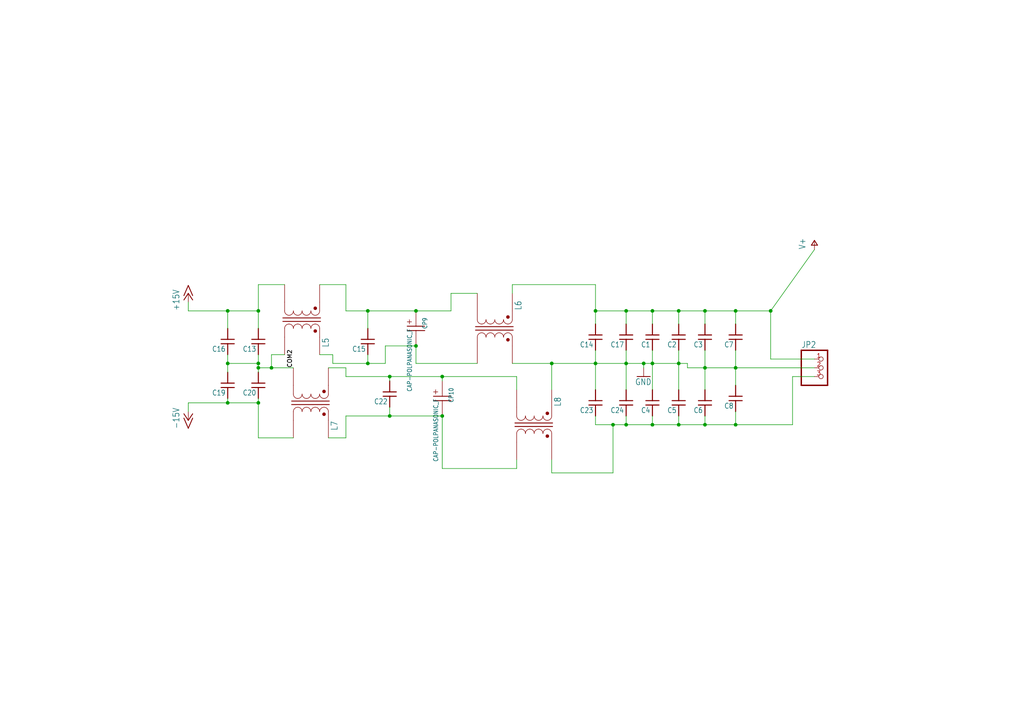
<source format=kicad_sch>
(kicad_sch (version 20211123) (generator eeschema)
  (paper "A4")
  (lib_symbols
    (symbol "Dual_filter_common_mode_and_differential-eagle-import:+15V" (power)
      (property "Value" "+15V" (at -2.54 -5.08 90))
      (symbol "+15V_1_0"
        (polyline (pts (xy 0 0) (xy -1.27 -1.905)) (stroke (width 0.254)))
        (polyline (pts (xy 0 2.286) (xy -1.27 -0.635)) (stroke (width 0.254)))
        (polyline (pts (xy 1.27 -1.905) (xy 0 0)) (stroke (width 0.254)))
        (polyline (pts (xy 1.27 -0.635) (xy 0 2.286)) (stroke (width 0.254)))
        (pin power_in line (at 0 -2.54 90) (length 2.54) (name "+15V") (number "1"))
      )
    )
    (symbol "Dual_filter_common_mode_and_differential-eagle-import:-15V" (power)
      (property "Value" "-15V" (at -2.54 -2.54 90))
      (symbol "-15V_1_0"
        (polyline (pts (xy -1.27 0.635) (xy 0 -2.286)) (stroke (width 0.254)))
        (polyline (pts (xy -1.27 1.905) (xy 0 0)) (stroke (width 0.254)))
        (polyline (pts (xy 0 -2.286) (xy 1.27 0.635)) (stroke (width 0.254)))
        (polyline (pts (xy 0 0) (xy 1.27 1.905)) (stroke (width 0.254)))
        (pin power_in line (at 0 2.54 270) (length 2.54) (name "-15V") (number "1"))
      )
    )
    (symbol "Dual_filter_common_mode_and_differential-eagle-import:CAP-POLPANASONIC_F"
      (property "Reference" "CP" (at -3.175 1.905 0))
      (property "Value" "CAP-POLPANASONIC_F" (at 0 -2.54 0))
      (symbol "CAP-POLPANASONIC_F_1_0"
        (polyline (pts (xy -5.08 0) (xy -0.635 0)) (stroke (width 0.1524)))
        (polyline (pts (xy -2.54 -1.905) (xy -1.27 -1.905)) (stroke (width 0.1524)))
        (polyline (pts (xy -1.905 -1.27) (xy -1.905 -2.54)) (stroke (width 0.1524)))
        (polyline (pts (xy -0.635 0) (xy -0.635 -2.54)) (stroke (width 0.254)))
        (polyline (pts (xy -0.635 2.54) (xy -0.635 0)) (stroke (width 0.254)))
        (polyline (pts (xy 0.635 0) (xy 0.635 -2.54)) (stroke (width 0.254)))
        (polyline (pts (xy 0.635 2.54) (xy 0.635 0)) (stroke (width 0.254)))
        (polyline (pts (xy 5.08 0) (xy 0.635 0)) (stroke (width 0.1524)))
        (pin passive line (at -5.08 0 0) (length 0) (name "P$1") (number "+"))
        (pin passive line (at 5.08 0 180) (length 0) (name "P$2") (number "-"))
      )
    )
    (symbol "Dual_filter_common_mode_and_differential-eagle-import:COILCRAFT_MSD1260"
      (property "Reference" "L" (at -8.128 5.842 0))
      (property "Value" "COILCRAFT_MSD1260" (at -4.318 -4.826 90))
      (symbol "COILCRAFT_MSD1260_1_0"
        (circle (center -3.302 3.81) (radius 0.254) (stroke (width 0.508)))
        (arc (start -2.54 -5.08) (mid -1.642 -4.708) (end -1.27 -3.81) (stroke (width 0.1524)))
        (arc (start -2.54 -2.54) (mid -1.642 -2.168) (end -1.27 -1.27) (stroke (width 0.1524)))
        (arc (start -2.54 0) (mid -1.642 0.372) (end -1.27 1.27) (stroke (width 0.1524)))
        (arc (start -2.54 2.54) (mid -1.642 2.912) (end -1.27 3.81) (stroke (width 0.1524)))
        (arc (start -1.27 -3.81) (mid -1.642 -2.912) (end -2.54 -2.54) (stroke (width 0.1524)))
        (arc (start -1.27 -1.27) (mid -1.642 -0.372) (end -2.54 0) (stroke (width 0.1524)))
        (arc (start -1.27 1.27) (mid -1.642 2.168) (end -2.54 2.54) (stroke (width 0.1524)))
        (arc (start -1.27 3.81) (mid -1.642 4.708) (end -2.54 5.08) (stroke (width 0.1524)))
        (polyline (pts (xy -2.54 -5.08) (xy -5.08 -5.08)) (stroke (width 0.1524)))
        (polyline (pts (xy -2.54 5.08) (xy -5.08 5.08)) (stroke (width 0.1524)))
        (polyline (pts (xy -0.508 5.334) (xy -0.508 -5.588)) (stroke (width 0.254)))
        (polyline (pts (xy 0.508 5.334) (xy 0.508 -5.588)) (stroke (width 0.254)))
        (polyline (pts (xy 2.54 -5.08) (xy 5.08 -5.08)) (stroke (width 0.1524)))
        (polyline (pts (xy 2.54 5.08) (xy 5.08 5.08)) (stroke (width 0.1524)))
        (arc (start 1.27 -3.81) (mid 1.642 -4.708) (end 2.54 -5.08) (stroke (width 0.1524)))
        (arc (start 1.27 -1.27) (mid 1.642 -2.168) (end 2.54 -2.54) (stroke (width 0.1524)))
        (arc (start 1.27 1.27) (mid 1.642 0.372) (end 2.54 0) (stroke (width 0.1524)))
        (arc (start 1.27 3.81) (mid 1.642 2.912) (end 2.54 2.54) (stroke (width 0.1524)))
        (arc (start 2.54 -2.54) (mid 1.642 -2.912) (end 1.27 -3.81) (stroke (width 0.1524)))
        (arc (start 2.54 0) (mid 1.642 -0.372) (end 1.27 -1.27) (stroke (width 0.1524)))
        (arc (start 2.54 2.54) (mid 1.642 2.168) (end 1.27 1.27) (stroke (width 0.1524)))
        (arc (start 2.54 5.08) (mid 1.642 4.708) (end 1.27 3.81) (stroke (width 0.1524)))
        (circle (center 3.302 3.81) (radius 0.254) (stroke (width 0.508)))
        (pin bidirectional line (at -10.16 5.08 0) (length 5.08) (name "1") (number "P$1"))
        (pin bidirectional line (at 10.16 5.08 180) (length 5.08) (name "2") (number "P$2"))
        (pin bidirectional line (at -10.16 -5.08 0) (length 5.08) (name "3") (number "P$3"))
        (pin bidirectional line (at 10.16 -5.08 180) (length 5.08) (name "4") (number "P$4"))
      )
    )
    (symbol "Dual_filter_common_mode_and_differential-eagle-import:C_MLCC_SMDCMLCC_0306"
      (property "Reference" "C" (at 0.5715 0.0635 0))
      (property "Value" "C_MLCC_SMDCMLCC_0306" (at 0.5715 -4.3815 0))
      (symbol "C_MLCC_SMDCMLCC_0306_1_0"
        (polyline (pts (xy -1.905 -1.905) (xy 0 -1.905)) (stroke (width 0.3048)))
        (polyline (pts (xy 0 -1.905) (xy 0 -5.08)) (stroke (width 0.3048)))
        (polyline (pts (xy 0 -1.905) (xy 1.905 -1.905)) (stroke (width 0.3048)))
        (polyline (pts (xy 0 -0.635) (xy -1.905 -0.635)) (stroke (width 0.3048)))
        (polyline (pts (xy 0 -0.635) (xy 0 2.54)) (stroke (width 0.3048)))
        (polyline (pts (xy 1.905 -0.635) (xy 0 -0.635)) (stroke (width 0.3048)))
        (pin passive line (at 0 2.54 270) (length 0) (name "1") (number "P$1"))
        (pin passive line (at 0 -5.08 90) (length 0) (name "2") (number "P$2"))
      )
    )
    (symbol "Dual_filter_common_mode_and_differential-eagle-import:C_MLCC_SMDCMLCC_0805"
      (property "Reference" "C" (at 0.5715 0.0635 0))
      (property "Value" "C_MLCC_SMDCMLCC_0805" (at 0.5715 -4.3815 0))
      (symbol "C_MLCC_SMDCMLCC_0805_1_0"
        (polyline (pts (xy -1.905 -1.905) (xy 0 -1.905)) (stroke (width 0.3048)))
        (polyline (pts (xy 0 -1.905) (xy 0 -5.08)) (stroke (width 0.3048)))
        (polyline (pts (xy 0 -1.905) (xy 1.905 -1.905)) (stroke (width 0.3048)))
        (polyline (pts (xy 0 -0.635) (xy -1.905 -0.635)) (stroke (width 0.3048)))
        (polyline (pts (xy 0 -0.635) (xy 0 2.54)) (stroke (width 0.3048)))
        (polyline (pts (xy 1.905 -0.635) (xy 0 -0.635)) (stroke (width 0.3048)))
        (pin passive line (at 0 2.54 270) (length 0) (name "1") (number "P$1"))
        (pin passive line (at 0 -5.08 90) (length 0) (name "2") (number "P$2"))
      )
    )
    (symbol "Dual_filter_common_mode_and_differential-eagle-import:GND" (power)
      (property "Value" "GND" (at -2.54 -2.54 0))
      (symbol "GND_1_0"
        (polyline (pts (xy -1.905 0) (xy 1.905 0)) (stroke (width 0.254)))
        (pin power_in line (at 0 2.54 270) (length 2.54) (name "GND") (number "1"))
      )
    )
    (symbol "Dual_filter_common_mode_and_differential-eagle-import:PINHD-1X3"
      (property "Reference" "JP" (at -6.35 5.715 0))
      (property "Value" "PINHD-1X3" (at -6.35 -7.62 0))
      (symbol "PINHD-1X3_1_0"
        (polyline (pts (xy -6.35 -5.08) (xy 1.27 -5.08)) (stroke (width 0.4064)))
        (polyline (pts (xy -6.35 5.08) (xy -6.35 -5.08)) (stroke (width 0.4064)))
        (polyline (pts (xy 1.27 -5.08) (xy 1.27 5.08)) (stroke (width 0.4064)))
        (polyline (pts (xy 1.27 5.08) (xy -6.35 5.08)) (stroke (width 0.4064)))
        (pin passive inverted (at -2.54 2.54 0) (length 2.54) (name "1") (number "1"))
        (pin passive inverted (at -2.54 0 0) (length 2.54) (name "2") (number "2"))
        (pin passive inverted (at -2.54 -2.54 0) (length 2.54) (name "3") (number "3"))
      )
    )
    (symbol "Dual_filter_common_mode_and_differential-eagle-import:V+" (power)
      (property "Value" "V+" (at -2.54 -2.54 90))
      (symbol "V+_1_0"
        (polyline (pts (xy -0.889 -1.27) (xy 0.889 -1.27)) (stroke (width 0.254)))
        (polyline (pts (xy 0 0.127) (xy -0.889 -1.27)) (stroke (width 0.254)))
        (polyline (pts (xy 0.889 -1.27) (xy 0 0.127)) (stroke (width 0.254)))
        (pin power_in line (at 0 -2.54 90) (length 2.54) (name "V+") (number "1"))
      )
    )
  )
  (junction (at 106.68 105.41))
  (junction (at 204.47 106.68))
  (junction (at 128.27 109.22))
  (junction (at 120.65 100.33))
  (junction (at 223.52 90.17))
  (junction (at 160.02 105.41))
  (junction (at 204.47 123.19))
  (junction (at 74.93 105.41))
  (junction (at 66.04 105.41))
  (junction (at 78.74 106.68))
  (junction (at 172.72 90.17))
  (junction (at 196.85 105.41))
  (junction (at 120.65 90.17))
  (junction (at 189.23 90.17))
  (junction (at 181.61 105.41))
  (junction (at 113.03 120.65))
  (junction (at 66.04 116.84))
  (junction (at 181.61 123.19))
  (junction (at 213.36 123.19))
  (junction (at 213.36 106.68))
  (junction (at 128.27 120.65))
  (junction (at 196.85 123.19))
  (junction (at 189.23 123.19))
  (junction (at 213.36 90.17))
  (junction (at 172.72 105.41))
  (junction (at 204.47 90.17))
  (junction (at 186.69 105.41))
  (junction (at 74.93 116.84))
  (junction (at 74.93 106.68))
  (junction (at 189.23 105.41))
  (junction (at 196.85 90.17))
  (junction (at 177.8 123.19))
  (junction (at 74.93 90.17))
  (junction (at 113.03 109.22))
  (junction (at 181.61 90.17))
  (junction (at 66.04 90.17))
  (junction (at 106.68 90.17))
  (wire (pts (xy 172.72 82.55) (xy 172.72 90.17)))
  (wire (pts (xy 78.74 102.87) (xy 78.74 106.68)))
  (wire (pts (xy 172.72 105.41) (xy 181.61 105.41)))
  (wire (pts (xy 189.23 105.41) (xy 189.23 113.03)))
  (wire (pts (xy 66.04 90.17) (xy 54.61 90.17)))
  (wire (pts (xy 66.04 105.41) (xy 74.93 105.41)))
  (wire (pts (xy 66.04 107.95) (xy 66.04 105.41)))
  (wire (pts (xy 213.36 93.98) (xy 213.36 90.17)))
  (wire (pts (xy 66.04 102.87) (xy 66.04 105.41)))
  (wire (pts (xy 148.59 85.09) (xy 148.59 82.55)))
  (wire (pts (xy 113.03 109.22) (xy 113.03 110.49)))
  (wire (pts (xy 189.23 120.65) (xy 189.23 123.19)))
  (wire (pts (xy 189.23 105.41) (xy 196.85 105.41)))
  (wire (pts (xy 130.81 90.17) (xy 130.81 85.09)))
  (wire (pts (xy 236.22 106.68) (xy 213.36 106.68)))
  (wire (pts (xy 74.93 116.84) (xy 66.04 116.84)))
  (wire (pts (xy 189.23 90.17) (xy 196.85 90.17)))
  (wire (pts (xy 128.27 135.89) (xy 149.86 135.89)))
  (wire (pts (xy 100.33 127) (xy 100.33 120.65)))
  (wire (pts (xy 148.59 82.55) (xy 172.72 82.55)))
  (wire (pts (xy 172.72 120.65) (xy 172.72 123.19)))
  (wire (pts (xy 236.22 104.14) (xy 223.52 104.14)))
  (wire (pts (xy 199.39 105.41) (xy 199.39 106.68)))
  (wire (pts (xy 66.04 95.25) (xy 66.04 90.17)))
  (wire (pts (xy 160.02 113.03) (xy 160.02 105.41)))
  (wire (pts (xy 113.03 120.65) (xy 113.03 118.11)))
  (wire (pts (xy 74.93 116.84) (xy 74.93 127)))
  (wire (pts (xy 196.85 105.41) (xy 199.39 105.41)))
  (wire (pts (xy 229.87 109.22) (xy 236.22 109.22)))
  (wire (pts (xy 204.47 90.17) (xy 213.36 90.17)))
  (wire (pts (xy 100.33 82.55) (xy 92.71 82.55)))
  (wire (pts (xy 96.52 102.87) (xy 96.52 105.41)))
  (wire (pts (xy 54.61 87.63) (xy 54.61 90.17)))
  (wire (pts (xy 196.85 123.19) (xy 204.47 123.19)))
  (wire (pts (xy 181.61 123.19) (xy 177.8 123.19)))
  (wire (pts (xy 189.23 93.98) (xy 189.23 90.17)))
  (wire (pts (xy 149.86 109.22) (xy 149.86 113.03)))
  (wire (pts (xy 181.61 120.65) (xy 181.61 123.19)))
  (wire (pts (xy 204.47 93.98) (xy 204.47 90.17)))
  (wire (pts (xy 204.47 106.68) (xy 199.39 106.68)))
  (wire (pts (xy 66.04 115.57) (xy 66.04 116.84)))
  (wire (pts (xy 100.33 120.65) (xy 113.03 120.65)))
  (wire (pts (xy 196.85 120.65) (xy 196.85 123.19)))
  (wire (pts (xy 74.93 90.17) (xy 66.04 90.17)))
  (wire (pts (xy 213.36 90.17) (xy 223.52 90.17)))
  (wire (pts (xy 172.72 105.41) (xy 160.02 105.41)))
  (wire (pts (xy 223.52 90.17) (xy 236.22 72.39)))
  (wire (pts (xy 189.23 123.19) (xy 196.85 123.19)))
  (wire (pts (xy 74.93 82.55) (xy 82.55 82.55)))
  (wire (pts (xy 128.27 109.22) (xy 113.03 109.22)))
  (wire (pts (xy 111.76 100.33) (xy 120.65 100.33)))
  (wire (pts (xy 54.61 116.84) (xy 54.61 119.38)))
  (wire (pts (xy 213.36 119.38) (xy 213.36 123.19)))
  (wire (pts (xy 213.36 123.19) (xy 229.87 123.19)))
  (wire (pts (xy 189.23 101.6) (xy 189.23 105.41)))
  (wire (pts (xy 74.93 115.57) (xy 74.93 116.84)))
  (wire (pts (xy 213.36 101.6) (xy 213.36 106.68)))
  (wire (pts (xy 120.65 90.17) (xy 130.81 90.17)))
  (wire (pts (xy 181.61 105.41) (xy 186.69 105.41)))
  (wire (pts (xy 204.47 120.65) (xy 204.47 123.19)))
  (wire (pts (xy 177.8 123.19) (xy 172.72 123.19)))
  (wire (pts (xy 128.27 120.65) (xy 128.27 135.89)))
  (wire (pts (xy 95.25 106.68) (xy 100.33 106.68)))
  (wire (pts (xy 186.69 105.41) (xy 186.69 106.68)))
  (wire (pts (xy 223.52 104.14) (xy 223.52 90.17)))
  (wire (pts (xy 74.93 82.55) (xy 74.93 90.17)))
  (wire (pts (xy 196.85 93.98) (xy 196.85 90.17)))
  (wire (pts (xy 149.86 135.89) (xy 149.86 133.35)))
  (wire (pts (xy 120.65 100.33) (xy 120.65 105.41)))
  (wire (pts (xy 172.72 113.03) (xy 172.72 105.41)))
  (wire (pts (xy 148.59 105.41) (xy 160.02 105.41)))
  (wire (pts (xy 181.61 93.98) (xy 181.61 90.17)))
  (wire (pts (xy 181.61 113.03) (xy 181.61 105.41)))
  (wire (pts (xy 74.93 95.25) (xy 74.93 90.17)))
  (wire (pts (xy 149.86 109.22) (xy 128.27 109.22)))
  (wire (pts (xy 172.72 90.17) (xy 181.61 90.17)))
  (wire (pts (xy 85.09 127) (xy 74.93 127)))
  (wire (pts (xy 74.93 106.68) (xy 74.93 105.41)))
  (wire (pts (xy 95.25 127) (xy 100.33 127)))
  (wire (pts (xy 196.85 90.17) (xy 204.47 90.17)))
  (wire (pts (xy 128.27 110.49) (xy 128.27 109.22)))
  (wire (pts (xy 106.68 102.87) (xy 106.68 105.41)))
  (wire (pts (xy 196.85 105.41) (xy 196.85 113.03)))
  (wire (pts (xy 186.69 105.41) (xy 189.23 105.41)))
  (wire (pts (xy 100.33 82.55) (xy 100.33 90.17)))
  (wire (pts (xy 128.27 120.65) (xy 113.03 120.65)))
  (wire (pts (xy 74.93 102.87) (xy 74.93 105.41)))
  (wire (pts (xy 106.68 90.17) (xy 120.65 90.17)))
  (wire (pts (xy 181.61 90.17) (xy 189.23 90.17)))
  (wire (pts (xy 213.36 106.68) (xy 213.36 111.76)))
  (wire (pts (xy 172.72 93.98) (xy 172.72 90.17)))
  (wire (pts (xy 82.55 102.87) (xy 78.74 102.87)))
  (wire (pts (xy 160.02 133.35) (xy 160.02 137.16)))
  (wire (pts (xy 100.33 90.17) (xy 106.68 90.17)))
  (wire (pts (xy 213.36 106.68) (xy 204.47 106.68)))
  (wire (pts (xy 138.43 85.09) (xy 130.81 85.09)))
  (wire (pts (xy 78.74 106.68) (xy 74.93 106.68)))
  (wire (pts (xy 100.33 106.68) (xy 100.33 109.22)))
  (wire (pts (xy 96.52 105.41) (xy 106.68 105.41)))
  (wire (pts (xy 106.68 90.17) (xy 106.68 95.25)))
  (wire (pts (xy 120.65 105.41) (xy 138.43 105.41)))
  (wire (pts (xy 204.47 106.68) (xy 204.47 101.6)))
  (wire (pts (xy 111.76 105.41) (xy 106.68 105.41)))
  (wire (pts (xy 172.72 101.6) (xy 172.72 105.41)))
  (wire (pts (xy 66.04 116.84) (xy 54.61 116.84)))
  (wire (pts (xy 100.33 109.22) (xy 113.03 109.22)))
  (wire (pts (xy 196.85 101.6) (xy 196.85 105.41)))
  (wire (pts (xy 204.47 113.03) (xy 204.47 106.68)))
  (wire (pts (xy 181.61 101.6) (xy 181.61 105.41)))
  (wire (pts (xy 74.93 107.95) (xy 74.93 106.68)))
  (wire (pts (xy 204.47 123.19) (xy 213.36 123.19)))
  (wire (pts (xy 85.09 106.68) (xy 78.74 106.68)))
  (wire (pts (xy 92.71 102.87) (xy 96.52 102.87)))
  (wire (pts (xy 177.8 137.16) (xy 177.8 123.19)))
  (wire (pts (xy 181.61 123.19) (xy 189.23 123.19)))
  (wire (pts (xy 160.02 137.16) (xy 177.8 137.16)))
  (wire (pts (xy 229.87 123.19) (xy 229.87 109.22)))
  (wire (pts (xy 111.76 105.41) (xy 111.76 100.33)))
  (label "COM2" (at 85.09 106.68 90) (effects (font (size 1.2446 1.2446))))
  (label "COM2" (at 85.09 106.68 90) (effects (font (size 1.2446 1.2446))))
  (symbol (lib_id "Dual_filter_common_mode_and_differential-eagle-import:C_MLCC_SMDCMLCC_0805") (at 196.85 118.11 180) (unit 1)
    (property "Reference" "C5" (at 196.2785 118.1735 0) (effects (font (size 1.524 1.2954)) (justify left bottom)))
    (property "Value" "22uF" (at 196.2785 113.7285 0) (effects (font (size 1.524 1.2954)) (justify left bottom)))
    (property "Footprint" "Dual_filter_common_mode_and_differential:C_MLCC_0805" (effects hide))
    (property "Value" "22uF" (effects hide))
  )
  (symbol (lib_id "Dual_filter_common_mode_and_differential-eagle-import:CAP-POLPANASONIC_F") (at 128.27 115.57 270) (unit 1)
    (property "Reference" "CP10" (at 130.175 112.395 0) (effects (font (size 1.27 1.0795)) (justify left bottom)))
    (property "Value" "CAP-POLPANASONIC_F" (at 125.73 115.57 0) (effects (font (size 1.27 1.0795)) (justify left bottom)))
    (property "Footprint" "Dual_filter_common_mode_and_differential:PANASONIC_F" (effects hide))
  )
  (symbol (lib_id "Dual_filter_common_mode_and_differential-eagle-import:GND") (at 186.69 109.22 0) (unit 1)
    (property "Reference" "#GND2" (effects hide))
    (property "Value" "GND" (at 184.15 111.76 0) (effects (font (size 1.778 1.5113)) (justify left bottom)))
    (property "Footprint" "Dual_filter_common_mode_and_differential:" (effects hide))
  )
  (symbol (lib_id "Dual_filter_common_mode_and_differential-eagle-import:C_MLCC_SMDCMLCC_0805") (at 196.85 99.06 180) (unit 1)
    (property "Reference" "C2" (at 196.2785 99.1235 0) (effects (font (size 1.524 1.2954)) (justify left bottom)))
    (property "Value" "22uF" (at 196.2785 94.6785 0) (effects (font (size 1.524 1.2954)) (justify left bottom)))
    (property "Footprint" "Dual_filter_common_mode_and_differential:C_MLCC_0805" (effects hide))
    (property "Value" "22uF" (effects hide))
  )
  (symbol (lib_id "Dual_filter_common_mode_and_differential-eagle-import:C_MLCC_SMDCMLCC_0306") (at 213.36 116.84 180) (unit 1)
    (property "Reference" "C8" (at 212.7885 116.9035 0) (effects (font (size 1.524 1.2954)) (justify left bottom)))
    (property "Value" "22nF" (at 212.7885 112.4585 0) (effects (font (size 1.524 1.2954)) (justify left bottom)))
    (property "Footprint" "Dual_filter_common_mode_and_differential:C_MLCC_0306" (effects hide))
    (property "Value" "22nF" (effects hide))
  )
  (symbol (lib_id "Dual_filter_common_mode_and_differential-eagle-import:C_MLCC_SMDCMLCC_0805") (at 181.61 99.06 180) (unit 1)
    (property "Reference" "C17" (at 181.0385 99.1235 0) (effects (font (size 1.524 1.2954)) (justify left bottom)))
    (property "Value" "22uF" (at 181.0385 94.6785 0) (effects (font (size 1.524 1.2954)) (justify left bottom)))
    (property "Footprint" "Dual_filter_common_mode_and_differential:C_MLCC_0805" (effects hide))
    (property "Value" "22uF" (effects hide))
  )
  (symbol (lib_id "Dual_filter_common_mode_and_differential-eagle-import:PINHD-1X3") (at 238.76 106.68 0) (unit 1)
    (property "Reference" "JP2" (at 232.41 100.965 0) (effects (font (size 1.778 1.5113)) (justify left bottom)))
    (property "Value" "PINHD-1X3" (at 232.41 114.3 0) (effects (font (size 1.778 1.5113)) (justify left bottom)))
    (property "Footprint" "Dual_filter_common_mode_and_differential:1X03" (effects hide))
    (property "Value" "PINHD-1X3" (effects hide))
  )
  (symbol (lib_id "Dual_filter_common_mode_and_differential-eagle-import:C_MLCC_SMDCMLCC_0805") (at 181.61 118.11 180) (unit 1)
    (property "Reference" "C24" (at 181.0385 118.1735 0) (effects (font (size 1.524 1.2954)) (justify left bottom)))
    (property "Value" "22uF" (at 181.0385 113.7285 0) (effects (font (size 1.524 1.2954)) (justify left bottom)))
    (property "Footprint" "Dual_filter_common_mode_and_differential:C_MLCC_0805" (effects hide))
    (property "Value" "22uF" (effects hide))
  )
  (symbol (lib_id "Dual_filter_common_mode_and_differential-eagle-import:C_MLCC_SMDCMLCC_0805") (at 204.47 118.11 180) (unit 1)
    (property "Reference" "C6" (at 203.8985 118.1735 0) (effects (font (size 1.524 1.2954)) (justify left bottom)))
    (property "Value" "22uF" (at 203.8985 113.7285 0) (effects (font (size 1.524 1.2954)) (justify left bottom)))
    (property "Footprint" "Dual_filter_common_mode_and_differential:C_MLCC_0805" (effects hide))
    (property "Value" "22uF" (effects hide))
  )
  (symbol (lib_id "Dual_filter_common_mode_and_differential-eagle-import:C_MLCC_SMDCMLCC_0805") (at 74.93 113.03 180) (unit 1)
    (property "Reference" "C20" (at 74.3585 113.0935 0) (effects (font (size 1.524 1.2954)) (justify left bottom)))
    (property "Value" "1uF" (at 74.3585 108.6485 0) (effects (font (size 1.524 1.2954)) (justify left bottom)))
    (property "Footprint" "Dual_filter_common_mode_and_differential:C_MLCC_0805" (effects hide))
    (property "Value" "1uF" (effects hide))
  )
  (symbol (lib_id "Dual_filter_common_mode_and_differential-eagle-import:C_MLCC_SMDCMLCC_0805") (at 172.72 99.06 180) (unit 1)
    (property "Reference" "C14" (at 172.1485 99.1235 0) (effects (font (size 1.524 1.2954)) (justify left bottom)))
    (property "Value" "1uF" (at 172.1485 94.6785 0) (effects (font (size 1.524 1.2954)) (justify left bottom)))
    (property "Footprint" "Dual_filter_common_mode_and_differential:C_MLCC_0805" (effects hide))
    (property "Value" "1uF" (effects hide))
  )
  (symbol (lib_id "Dual_filter_common_mode_and_differential-eagle-import:C_MLCC_SMDCMLCC_0805") (at 66.04 100.33 180) (unit 1)
    (property "Reference" "C16" (at 65.4685 100.3935 0) (effects (font (size 1.524 1.2954)) (justify left bottom)))
    (property "Value" "22uF" (at 65.4685 95.9485 0) (effects (font (size 1.524 1.2954)) (justify left bottom)))
    (property "Footprint" "Dual_filter_common_mode_and_differential:C_MLCC_0805" (effects hide))
    (property "Value" "22uF" (effects hide))
  )
  (symbol (lib_id "Dual_filter_common_mode_and_differential-eagle-import:COILCRAFT_MSD1260") (at 87.63 92.71 270) (mirror x) (unit 1)
    (property "Reference" "L5" (at 93.472 100.838 0) (effects (font (size 1.778 1.5113)) (justify left bottom)))
    (property "Value" "1mH" (at 82.804 97.028 90) (effects (font (size 1.778 1.5113)) (justify left bottom)))
    (property "Footprint" "Dual_filter_common_mode_and_differential:COILCRAFT_TRANSFORMER_MSD1260" (effects hide))
    (property "Value" "1mH" (effects hide))
  )
  (symbol (lib_id "Dual_filter_common_mode_and_differential-eagle-import:CAP-POLPANASONIC_F") (at 120.65 95.25 270) (unit 1)
    (property "Reference" "CP9" (at 122.555 92.075 0) (effects (font (size 1.27 1.0795)) (justify left bottom)))
    (property "Value" "CAP-POLPANASONIC_F" (at 118.11 95.25 0) (effects (font (size 1.27 1.0795)) (justify left bottom)))
    (property "Footprint" "Dual_filter_common_mode_and_differential:PANASONIC_F" (effects hide))
  )
  (symbol (lib_id "Dual_filter_common_mode_and_differential-eagle-import:-15V") (at 54.61 121.92 0) (unit 1)
    (property "Reference" "#P-2" (effects hide))
    (property "Value" "-15V" (at 52.07 124.46 90) (effects (font (size 1.778 1.5113)) (justify left bottom)))
    (property "Footprint" "Dual_filter_common_mode_and_differential:" (effects hide))
  )
  (symbol (lib_id "Dual_filter_common_mode_and_differential-eagle-import:C_MLCC_SMDCMLCC_0805") (at 66.04 113.03 180) (unit 1)
    (property "Reference" "C19" (at 65.4685 113.0935 0) (effects (font (size 1.524 1.2954)) (justify left bottom)))
    (property "Value" "22uF" (at 65.4685 108.6485 0) (effects (font (size 1.524 1.2954)) (justify left bottom)))
    (property "Footprint" "Dual_filter_common_mode_and_differential:C_MLCC_0805" (effects hide))
    (property "Value" "22uF" (effects hide))
  )
  (symbol (lib_id "Dual_filter_common_mode_and_differential-eagle-import:C_MLCC_SMDCMLCC_0805") (at 204.47 99.06 180) (unit 1)
    (property "Reference" "C3" (at 203.8985 99.1235 0) (effects (font (size 1.524 1.2954)) (justify left bottom)))
    (property "Value" "22uF" (at 203.8985 94.6785 0) (effects (font (size 1.524 1.2954)) (justify left bottom)))
    (property "Footprint" "Dual_filter_common_mode_and_differential:C_MLCC_0805" (effects hide))
    (property "Value" "22uF" (effects hide))
  )
  (symbol (lib_id "Dual_filter_common_mode_and_differential-eagle-import:C_MLCC_SMDCMLCC_0805") (at 189.23 99.06 180) (unit 1)
    (property "Reference" "C1" (at 188.6585 99.1235 0) (effects (font (size 1.524 1.2954)) (justify left bottom)))
    (property "Value" "22uF" (at 188.6585 94.6785 0) (effects (font (size 1.524 1.2954)) (justify left bottom)))
    (property "Footprint" "Dual_filter_common_mode_and_differential:C_MLCC_0805" (effects hide))
    (property "Value" "22uF" (effects hide))
  )
  (symbol (lib_id "Dual_filter_common_mode_and_differential-eagle-import:COILCRAFT_MSD1260") (at 154.94 123.19 270) (unit 1)
    (property "Reference" "L8" (at 160.782 115.062 0) (effects (font (size 1.778 1.5113)) (justify left bottom)))
    (property "Value" "1mH" (at 150.114 118.872 90) (effects (font (size 1.778 1.5113)) (justify left bottom)))
    (property "Footprint" "Dual_filter_common_mode_and_differential:COILCRAFT_TRANSFORMER_MSD1260" (effects hide))
    (property "Value" "1mH" (effects hide))
  )
  (symbol (lib_id "Dual_filter_common_mode_and_differential-eagle-import:C_MLCC_SMDCMLCC_0805") (at 189.23 118.11 180) (unit 1)
    (property "Reference" "C4" (at 188.6585 118.1735 0) (effects (font (size 1.524 1.2954)) (justify left bottom)))
    (property "Value" "22uF" (at 188.6585 113.7285 0) (effects (font (size 1.524 1.2954)) (justify left bottom)))
    (property "Footprint" "Dual_filter_common_mode_and_differential:C_MLCC_0805" (effects hide))
    (property "Value" "22uF" (effects hide))
  )
  (symbol (lib_id "Dual_filter_common_mode_and_differential-eagle-import:C_MLCC_SMDCMLCC_0805") (at 172.72 118.11 180) (unit 1)
    (property "Reference" "C23" (at 172.1485 118.1735 0) (effects (font (size 1.524 1.2954)) (justify left bottom)))
    (property "Value" "1uF" (at 172.1485 113.7285 0) (effects (font (size 1.524 1.2954)) (justify left bottom)))
    (property "Footprint" "Dual_filter_common_mode_and_differential:C_MLCC_0805" (effects hide))
    (property "Value" "1uF" (effects hide))
  )
  (symbol (lib_id "Dual_filter_common_mode_and_differential-eagle-import:C_MLCC_SMDCMLCC_0805") (at 113.03 115.57 180) (unit 1)
    (property "Reference" "C22" (at 112.4585 115.6335 0) (effects (font (size 1.524 1.2954)) (justify left bottom)))
    (property "Value" "1uF" (at 112.4585 111.1885 0) (effects (font (size 1.524 1.2954)) (justify left bottom)))
    (property "Footprint" "Dual_filter_common_mode_and_differential:C_MLCC_0805" (effects hide))
    (property "Value" "1uF" (effects hide))
  )
  (symbol (lib_id "Dual_filter_common_mode_and_differential-eagle-import:+15V") (at 54.61 85.09 0) (unit 1)
    (property "Reference" "#P+3" (effects hide))
    (property "Value" "+15V" (at 52.07 90.17 90) (effects (font (size 1.778 1.5113)) (justify left bottom)))
    (property "Footprint" "Dual_filter_common_mode_and_differential:" (effects hide))
  )
  (symbol (lib_id "Dual_filter_common_mode_and_differential-eagle-import:COILCRAFT_MSD1260") (at 143.51 95.25 270) (unit 1)
    (property "Reference" "L6" (at 149.352 87.122 0) (effects (font (size 1.778 1.5113)) (justify left bottom)))
    (property "Value" "1mH" (at 138.684 90.932 90) (effects (font (size 1.778 1.5113)) (justify left bottom)))
    (property "Footprint" "Dual_filter_common_mode_and_differential:COILCRAFT_TRANSFORMER_MSD1260" (effects hide))
    (property "Value" "1mH" (effects hide))
  )
  (symbol (lib_id "Dual_filter_common_mode_and_differential-eagle-import:C_MLCC_SMDCMLCC_0805") (at 74.93 100.33 180) (unit 1)
    (property "Reference" "C13" (at 74.3585 100.3935 0) (effects (font (size 1.524 1.2954)) (justify left bottom)))
    (property "Value" "1uF" (at 74.3585 95.9485 0) (effects (font (size 1.524 1.2954)) (justify left bottom)))
    (property "Footprint" "Dual_filter_common_mode_and_differential:C_MLCC_0805" (effects hide))
    (property "Value" "1uF" (effects hide))
  )
  (symbol (lib_id "Dual_filter_common_mode_and_differential-eagle-import:C_MLCC_SMDCMLCC_0306") (at 213.36 99.06 180) (unit 1)
    (property "Reference" "C7" (at 212.7885 99.1235 0) (effects (font (size 1.524 1.2954)) (justify left bottom)))
    (property "Value" "22nF" (at 212.7885 94.6785 0) (effects (font (size 1.524 1.2954)) (justify left bottom)))
    (property "Footprint" "Dual_filter_common_mode_and_differential:C_MLCC_0306" (effects hide))
    (property "Value" "22nF" (effects hide))
  )
  (symbol (lib_id "Dual_filter_common_mode_and_differential-eagle-import:V+") (at 236.22 69.85 0) (unit 1)
    (property "Reference" "#P+4" (effects hide))
    (property "Value" "V+" (at 233.68 72.39 90) (effects (font (size 1.778 1.5113)) (justify left bottom)))
    (property "Footprint" "Dual_filter_common_mode_and_differential:" (effects hide))
  )
  (symbol (lib_id "Dual_filter_common_mode_and_differential-eagle-import:COILCRAFT_MSD1260") (at 90.17 116.84 270) (mirror x) (unit 1)
    (property "Reference" "L7" (at 96.012 124.968 0) (effects (font (size 1.778 1.5113)) (justify left bottom)))
    (property "Value" "1mH" (at 85.344 121.158 90) (effects (font (size 1.778 1.5113)) (justify left bottom)))
    (property "Footprint" "Dual_filter_common_mode_and_differential:COILCRAFT_TRANSFORMER_MSD1260" (effects hide))
    (property "Value" "1mH" (effects hide))
  )
  (symbol (lib_id "Dual_filter_common_mode_and_differential-eagle-import:C_MLCC_SMDCMLCC_0805") (at 106.68 100.33 180) (unit 1)
    (property "Reference" "C15" (at 106.1085 100.3935 0) (effects (font (size 1.524 1.2954)) (justify left bottom)))
    (property "Value" "1uF" (at 106.1085 95.9485 0) (effects (font (size 1.524 1.2954)) (justify left bottom)))
    (property "Footprint" "Dual_filter_common_mode_and_differential:C_MLCC_0805" (effects hide))
    (property "Value" "1uF" (effects hide))
  )
)
</source>
